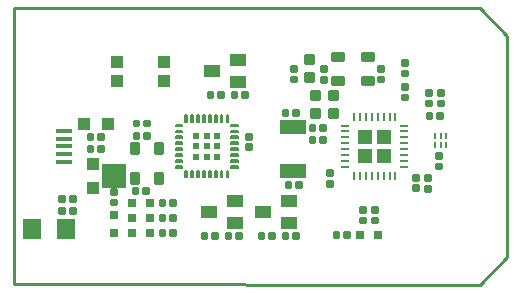
<source format=gtp>
G75*
%MOIN*%
%OFA0B0*%
%FSLAX24Y24*%
%IPPOS*%
%LPD*%
%AMOC8*
5,1,8,0,0,1.08239X$1,22.5*
%
%ADD10C,0.0100*%
%ADD11C,0.0125*%
%ADD12R,0.0394X0.0394*%
%ADD13R,0.0512X0.0512*%
%ADD14R,0.0315X0.0112*%
%ADD15R,0.0112X0.0315*%
%ADD16C,0.0088*%
%ADD17R,0.0866X0.0512*%
%ADD18R,0.0630X0.0710*%
%ADD19C,0.0059*%
%ADD20R,0.0200X0.0200*%
%ADD21R,0.0551X0.0394*%
%ADD22R,0.0315X0.0315*%
%ADD23R,0.0800X0.0800*%
%ADD24R,0.0098X0.0197*%
%ADD25R,0.0551X0.0138*%
%ADD26C,0.0175*%
D10*
X001820Y001850D02*
X017340Y001840D01*
X018270Y002770D01*
X018270Y010130D01*
X017350Y011050D01*
X001820Y011050D01*
X001820Y001850D01*
D11*
X003372Y004237D02*
X003498Y004237D01*
X003372Y004237D02*
X003372Y004363D01*
X003498Y004363D01*
X003498Y004237D01*
X003498Y004361D02*
X003372Y004361D01*
X003722Y004237D02*
X003848Y004237D01*
X003722Y004237D02*
X003722Y004363D01*
X003848Y004363D01*
X003848Y004237D01*
X003848Y004361D02*
X003722Y004361D01*
X003722Y004763D02*
X003848Y004763D01*
X003848Y004637D01*
X003722Y004637D01*
X003722Y004763D01*
X003722Y004761D02*
X003848Y004761D01*
X003498Y004763D02*
X003372Y004763D01*
X003498Y004763D02*
X003498Y004637D01*
X003372Y004637D01*
X003372Y004763D01*
X003372Y004761D02*
X003498Y004761D01*
X005087Y004862D02*
X005087Y004988D01*
X005213Y004988D01*
X005213Y004862D01*
X005087Y004862D01*
X005087Y004986D02*
X005213Y004986D01*
X005087Y004638D02*
X005087Y004512D01*
X005087Y004638D02*
X005213Y004638D01*
X005213Y004512D01*
X005087Y004512D01*
X005087Y004636D02*
X005213Y004636D01*
X005812Y005013D02*
X005938Y005013D01*
X005938Y004887D01*
X005812Y004887D01*
X005812Y005013D01*
X005812Y005011D02*
X005938Y005011D01*
X006162Y005013D02*
X006288Y005013D01*
X006288Y004887D01*
X006162Y004887D01*
X006162Y005013D01*
X006162Y005011D02*
X006288Y005011D01*
X006712Y004613D02*
X006838Y004613D01*
X006838Y004487D01*
X006712Y004487D01*
X006712Y004613D01*
X006712Y004611D02*
X006838Y004611D01*
X007062Y004613D02*
X007188Y004613D01*
X007188Y004487D01*
X007062Y004487D01*
X007062Y004613D01*
X007062Y004611D02*
X007188Y004611D01*
X007188Y004113D02*
X007062Y004113D01*
X007188Y004113D02*
X007188Y003987D01*
X007062Y003987D01*
X007062Y004113D01*
X007062Y004111D02*
X007188Y004111D01*
X006838Y004113D02*
X006712Y004113D01*
X006838Y004113D02*
X006838Y003987D01*
X006712Y003987D01*
X006712Y004113D01*
X006712Y004111D02*
X006838Y004111D01*
X006838Y003613D02*
X006712Y003613D01*
X006838Y003613D02*
X006838Y003487D01*
X006712Y003487D01*
X006712Y003613D01*
X006712Y003611D02*
X006838Y003611D01*
X007062Y003613D02*
X007188Y003613D01*
X007188Y003487D01*
X007062Y003487D01*
X007062Y003613D01*
X007062Y003611D02*
X007188Y003611D01*
X008112Y003513D02*
X008238Y003513D01*
X008238Y003387D01*
X008112Y003387D01*
X008112Y003513D01*
X008112Y003511D02*
X008238Y003511D01*
X008462Y003513D02*
X008588Y003513D01*
X008588Y003387D01*
X008462Y003387D01*
X008462Y003513D01*
X008462Y003511D02*
X008588Y003511D01*
X008912Y003513D02*
X009038Y003513D01*
X009038Y003387D01*
X008912Y003387D01*
X008912Y003513D01*
X008912Y003511D02*
X009038Y003511D01*
X009262Y003513D02*
X009388Y003513D01*
X009388Y003387D01*
X009262Y003387D01*
X009262Y003513D01*
X009262Y003511D02*
X009388Y003511D01*
X010012Y003513D02*
X010138Y003513D01*
X010138Y003387D01*
X010012Y003387D01*
X010012Y003513D01*
X010012Y003511D02*
X010138Y003511D01*
X010362Y003513D02*
X010488Y003513D01*
X010488Y003387D01*
X010362Y003387D01*
X010362Y003513D01*
X010362Y003511D02*
X010488Y003511D01*
X010812Y003513D02*
X010938Y003513D01*
X010938Y003387D01*
X010812Y003387D01*
X010812Y003513D01*
X010812Y003511D02*
X010938Y003511D01*
X011162Y003513D02*
X011288Y003513D01*
X011288Y003387D01*
X011162Y003387D01*
X011162Y003513D01*
X011162Y003511D02*
X011288Y003511D01*
X012512Y003563D02*
X012638Y003563D01*
X012638Y003437D01*
X012512Y003437D01*
X012512Y003563D01*
X012512Y003561D02*
X012638Y003561D01*
X012862Y003563D02*
X012988Y003563D01*
X012988Y003437D01*
X012862Y003437D01*
X012862Y003563D01*
X012862Y003561D02*
X012988Y003561D01*
X013513Y003912D02*
X013513Y004038D01*
X013513Y003912D02*
X013387Y003912D01*
X013387Y004038D01*
X013513Y004038D01*
X013513Y004036D02*
X013387Y004036D01*
X013513Y004262D02*
X013513Y004388D01*
X013513Y004262D02*
X013387Y004262D01*
X013387Y004388D01*
X013513Y004388D01*
X013513Y004386D02*
X013387Y004386D01*
X013913Y004388D02*
X013913Y004262D01*
X013787Y004262D01*
X013787Y004388D01*
X013913Y004388D01*
X013913Y004386D02*
X013787Y004386D01*
X013913Y004038D02*
X013913Y003912D01*
X013787Y003912D01*
X013787Y004038D01*
X013913Y004038D01*
X013913Y004036D02*
X013787Y004036D01*
X015273Y004982D02*
X015273Y005108D01*
X015273Y004982D02*
X015147Y004982D01*
X015147Y005108D01*
X015273Y005108D01*
X015273Y005106D02*
X015147Y005106D01*
X015273Y005332D02*
X015273Y005458D01*
X015273Y005332D02*
X015147Y005332D01*
X015147Y005458D01*
X015273Y005458D01*
X015273Y005456D02*
X015147Y005456D01*
X015683Y005448D02*
X015683Y005322D01*
X015557Y005322D01*
X015557Y005448D01*
X015683Y005448D01*
X015683Y005446D02*
X015557Y005446D01*
X016063Y005712D02*
X016063Y005838D01*
X016063Y005712D02*
X015937Y005712D01*
X015937Y005838D01*
X016063Y005838D01*
X016063Y005836D02*
X015937Y005836D01*
X016063Y006062D02*
X016063Y006188D01*
X016063Y006062D02*
X015937Y006062D01*
X015937Y006188D01*
X016063Y006188D01*
X016063Y006186D02*
X015937Y006186D01*
X015683Y005098D02*
X015683Y004972D01*
X015557Y004972D01*
X015557Y005098D01*
X015683Y005098D01*
X015683Y005096D02*
X015557Y005096D01*
X012287Y005132D02*
X012287Y005258D01*
X012413Y005258D01*
X012413Y005132D01*
X012287Y005132D01*
X012287Y005256D02*
X012413Y005256D01*
X012287Y005482D02*
X012287Y005608D01*
X012413Y005608D01*
X012413Y005482D01*
X012287Y005482D01*
X012287Y005606D02*
X012413Y005606D01*
X011388Y005087D02*
X011262Y005087D01*
X011262Y005213D01*
X011388Y005213D01*
X011388Y005087D01*
X011388Y005211D02*
X011262Y005211D01*
X011038Y005087D02*
X010912Y005087D01*
X010912Y005213D01*
X011038Y005213D01*
X011038Y005087D01*
X011038Y005211D02*
X010912Y005211D01*
X009713Y006352D02*
X009713Y006478D01*
X009713Y006352D02*
X009587Y006352D01*
X009587Y006478D01*
X009713Y006478D01*
X009713Y006476D02*
X009587Y006476D01*
X009713Y006702D02*
X009713Y006828D01*
X009713Y006702D02*
X009587Y006702D01*
X009587Y006828D01*
X009713Y006828D01*
X009713Y006826D02*
X009587Y006826D01*
X010812Y007487D02*
X010938Y007487D01*
X010812Y007487D02*
X010812Y007613D01*
X010938Y007613D01*
X010938Y007487D01*
X010938Y007611D02*
X010812Y007611D01*
X011162Y007487D02*
X011288Y007487D01*
X011162Y007487D02*
X011162Y007613D01*
X011288Y007613D01*
X011288Y007487D01*
X011288Y007611D02*
X011162Y007611D01*
X011712Y007113D02*
X011838Y007113D01*
X011838Y006987D01*
X011712Y006987D01*
X011712Y007113D01*
X011712Y007111D02*
X011838Y007111D01*
X012062Y007113D02*
X012188Y007113D01*
X012188Y006987D01*
X012062Y006987D01*
X012062Y007113D01*
X012062Y007111D02*
X012188Y007111D01*
X012188Y006713D02*
X012062Y006713D01*
X012188Y006713D02*
X012188Y006587D01*
X012062Y006587D01*
X012062Y006713D01*
X012062Y006711D02*
X012188Y006711D01*
X011838Y006713D02*
X011712Y006713D01*
X011838Y006713D02*
X011838Y006587D01*
X011712Y006587D01*
X011712Y006713D01*
X011712Y006711D02*
X011838Y006711D01*
X009588Y008213D02*
X009462Y008213D01*
X009588Y008213D02*
X009588Y008087D01*
X009462Y008087D01*
X009462Y008213D01*
X009462Y008211D02*
X009588Y008211D01*
X009238Y008213D02*
X009112Y008213D01*
X009238Y008213D02*
X009238Y008087D01*
X009112Y008087D01*
X009112Y008213D01*
X009112Y008211D02*
X009238Y008211D01*
X008788Y008213D02*
X008662Y008213D01*
X008788Y008213D02*
X008788Y008087D01*
X008662Y008087D01*
X008662Y008213D01*
X008662Y008211D02*
X008788Y008211D01*
X008438Y008213D02*
X008312Y008213D01*
X008438Y008213D02*
X008438Y008087D01*
X008312Y008087D01*
X008312Y008213D01*
X008312Y008211D02*
X008438Y008211D01*
X006318Y007273D02*
X006192Y007273D01*
X006318Y007273D02*
X006318Y007147D01*
X006192Y007147D01*
X006192Y007273D01*
X006192Y007271D02*
X006318Y007271D01*
X005968Y007273D02*
X005842Y007273D01*
X005968Y007273D02*
X005968Y007147D01*
X005842Y007147D01*
X005842Y007273D01*
X005842Y007271D02*
X005968Y007271D01*
X005968Y006737D02*
X005842Y006737D01*
X005842Y006863D01*
X005968Y006863D01*
X005968Y006737D01*
X005968Y006861D02*
X005842Y006861D01*
X006192Y006737D02*
X006318Y006737D01*
X006192Y006737D02*
X006192Y006863D01*
X006318Y006863D01*
X006318Y006737D01*
X006318Y006861D02*
X006192Y006861D01*
X004788Y006813D02*
X004662Y006813D01*
X004788Y006813D02*
X004788Y006687D01*
X004662Y006687D01*
X004662Y006813D01*
X004662Y006811D02*
X004788Y006811D01*
X004438Y006813D02*
X004312Y006813D01*
X004438Y006813D02*
X004438Y006687D01*
X004312Y006687D01*
X004312Y006813D01*
X004312Y006811D02*
X004438Y006811D01*
X004438Y006413D02*
X004312Y006413D01*
X004438Y006413D02*
X004438Y006287D01*
X004312Y006287D01*
X004312Y006413D01*
X004312Y006411D02*
X004438Y006411D01*
X004662Y006413D02*
X004788Y006413D01*
X004788Y006287D01*
X004662Y006287D01*
X004662Y006413D01*
X004662Y006411D02*
X004788Y006411D01*
X011213Y008612D02*
X011213Y008738D01*
X011213Y008612D02*
X011087Y008612D01*
X011087Y008738D01*
X011213Y008738D01*
X011213Y008736D02*
X011087Y008736D01*
X011213Y008962D02*
X011213Y009088D01*
X011213Y008962D02*
X011087Y008962D01*
X011087Y009088D01*
X011213Y009088D01*
X011213Y009086D02*
X011087Y009086D01*
X012213Y009078D02*
X012213Y008952D01*
X012087Y008952D01*
X012087Y009078D01*
X012213Y009078D01*
X012213Y009076D02*
X012087Y009076D01*
X012213Y008728D02*
X012213Y008602D01*
X012087Y008602D01*
X012087Y008728D01*
X012213Y008728D01*
X012213Y008726D02*
X012087Y008726D01*
X013987Y008738D02*
X013987Y008612D01*
X013987Y008738D02*
X014113Y008738D01*
X014113Y008612D01*
X013987Y008612D01*
X013987Y008736D02*
X014113Y008736D01*
X013987Y008962D02*
X013987Y009088D01*
X014113Y009088D01*
X014113Y008962D01*
X013987Y008962D01*
X013987Y009086D02*
X014113Y009086D01*
X014913Y009162D02*
X014913Y009288D01*
X014913Y009162D02*
X014787Y009162D01*
X014787Y009288D01*
X014913Y009288D01*
X014913Y009286D02*
X014787Y009286D01*
X014913Y008938D02*
X014913Y008812D01*
X014787Y008812D01*
X014787Y008938D01*
X014913Y008938D01*
X014913Y008936D02*
X014787Y008936D01*
X014913Y008488D02*
X014913Y008362D01*
X014787Y008362D01*
X014787Y008488D01*
X014913Y008488D01*
X014913Y008486D02*
X014787Y008486D01*
X014913Y008138D02*
X014913Y008012D01*
X014787Y008012D01*
X014787Y008138D01*
X014913Y008138D01*
X014913Y008136D02*
X014787Y008136D01*
X015587Y008162D02*
X015587Y008288D01*
X015713Y008288D01*
X015713Y008162D01*
X015587Y008162D01*
X015587Y008286D02*
X015713Y008286D01*
X016113Y008283D02*
X016113Y008157D01*
X015987Y008157D01*
X015987Y008283D01*
X016113Y008283D01*
X016113Y008281D02*
X015987Y008281D01*
X016113Y007933D02*
X016113Y007807D01*
X015987Y007807D01*
X015987Y007933D01*
X016113Y007933D01*
X016113Y007931D02*
X015987Y007931D01*
X015587Y007938D02*
X015587Y007812D01*
X015587Y007938D02*
X015713Y007938D01*
X015713Y007812D01*
X015587Y007812D01*
X015587Y007936D02*
X015713Y007936D01*
X015738Y007508D02*
X015612Y007508D01*
X015738Y007508D02*
X015738Y007382D01*
X015612Y007382D01*
X015612Y007508D01*
X015612Y007506D02*
X015738Y007506D01*
X015962Y007508D02*
X016088Y007508D01*
X016088Y007382D01*
X015962Y007382D01*
X015962Y007508D01*
X015962Y007506D02*
X016088Y007506D01*
D12*
X006837Y008635D03*
X006837Y009265D03*
X005263Y009265D03*
X005263Y008635D03*
X004944Y007200D03*
X004156Y007200D03*
X004450Y005844D03*
X004450Y005056D03*
D13*
X013535Y006135D03*
X014165Y006135D03*
X014165Y006765D03*
X013535Y006765D03*
D14*
X012866Y006745D03*
X012866Y006942D03*
X012866Y007139D03*
X012866Y006548D03*
X012866Y006352D03*
X012866Y006155D03*
X012866Y005958D03*
X012866Y005761D03*
X014834Y005761D03*
X014834Y005958D03*
X014834Y006155D03*
X014834Y006352D03*
X014834Y006548D03*
X014834Y006745D03*
X014834Y006942D03*
X014834Y007139D03*
D15*
X014539Y007434D03*
X014342Y007434D03*
X014145Y007434D03*
X013948Y007434D03*
X013752Y007434D03*
X013555Y007434D03*
X013358Y007434D03*
X013161Y007434D03*
X013161Y005466D03*
X013358Y005466D03*
X013555Y005466D03*
X013752Y005466D03*
X013948Y005466D03*
X014145Y005466D03*
X014342Y005466D03*
X014539Y005466D03*
D16*
X012581Y007681D02*
X012319Y007681D01*
X012581Y007681D02*
X012581Y007419D01*
X012319Y007419D01*
X012319Y007681D01*
X012319Y007506D02*
X012581Y007506D01*
X012581Y007593D02*
X012319Y007593D01*
X012319Y007680D02*
X012581Y007680D01*
X012581Y008281D02*
X012319Y008281D01*
X012581Y008281D02*
X012581Y008019D01*
X012319Y008019D01*
X012319Y008281D01*
X012319Y008106D02*
X012581Y008106D01*
X012581Y008193D02*
X012319Y008193D01*
X012319Y008280D02*
X012581Y008280D01*
X011981Y008281D02*
X011719Y008281D01*
X011981Y008281D02*
X011981Y008019D01*
X011719Y008019D01*
X011719Y008281D01*
X011719Y008106D02*
X011981Y008106D01*
X011981Y008193D02*
X011719Y008193D01*
X011719Y008280D02*
X011981Y008280D01*
X011781Y008619D02*
X011781Y008881D01*
X011781Y008619D02*
X011519Y008619D01*
X011519Y008881D01*
X011781Y008881D01*
X011781Y008706D02*
X011519Y008706D01*
X011519Y008793D02*
X011781Y008793D01*
X011781Y008880D02*
X011519Y008880D01*
X011781Y009219D02*
X011781Y009481D01*
X011781Y009219D02*
X011519Y009219D01*
X011519Y009481D01*
X011781Y009481D01*
X011781Y009306D02*
X011519Y009306D01*
X011519Y009393D02*
X011781Y009393D01*
X011781Y009480D02*
X011519Y009480D01*
X011719Y007681D02*
X011981Y007681D01*
X011981Y007419D01*
X011719Y007419D01*
X011719Y007681D01*
X011719Y007506D02*
X011981Y007506D01*
X011981Y007593D02*
X011719Y007593D01*
X011719Y007680D02*
X011981Y007680D01*
D17*
X011120Y007078D03*
X011120Y005622D03*
D18*
X003550Y003700D03*
X002430Y003700D03*
D19*
X007216Y005731D02*
X007434Y005731D01*
X007216Y005731D02*
X007216Y005791D01*
X007434Y005791D01*
X007434Y005731D01*
X007434Y005789D02*
X007216Y005789D01*
X007216Y005928D02*
X007434Y005928D01*
X007216Y005928D02*
X007216Y005988D01*
X007434Y005988D01*
X007434Y005928D01*
X007434Y005986D02*
X007216Y005986D01*
X007216Y006125D02*
X007434Y006125D01*
X007216Y006125D02*
X007216Y006185D01*
X007434Y006185D01*
X007434Y006125D01*
X007434Y006183D02*
X007216Y006183D01*
X007216Y006322D02*
X007434Y006322D01*
X007216Y006322D02*
X007216Y006382D01*
X007434Y006382D01*
X007434Y006322D01*
X007434Y006380D02*
X007216Y006380D01*
X007216Y006518D02*
X007434Y006518D01*
X007216Y006518D02*
X007216Y006578D01*
X007434Y006578D01*
X007434Y006518D01*
X007434Y006576D02*
X007216Y006576D01*
X007216Y006715D02*
X007434Y006715D01*
X007216Y006715D02*
X007216Y006775D01*
X007434Y006775D01*
X007434Y006715D01*
X007434Y006773D02*
X007216Y006773D01*
X007216Y006912D02*
X007434Y006912D01*
X007216Y006912D02*
X007216Y006972D01*
X007434Y006972D01*
X007434Y006912D01*
X007434Y006970D02*
X007216Y006970D01*
X007216Y007109D02*
X007434Y007109D01*
X007216Y007109D02*
X007216Y007169D01*
X007434Y007169D01*
X007434Y007109D01*
X007434Y007167D02*
X007216Y007167D01*
X007531Y007266D02*
X007591Y007266D01*
X007531Y007266D02*
X007531Y007484D01*
X007591Y007484D01*
X007591Y007266D01*
X007591Y007324D02*
X007531Y007324D01*
X007531Y007382D02*
X007591Y007382D01*
X007591Y007440D02*
X007531Y007440D01*
X007728Y007266D02*
X007788Y007266D01*
X007728Y007266D02*
X007728Y007484D01*
X007788Y007484D01*
X007788Y007266D01*
X007788Y007324D02*
X007728Y007324D01*
X007728Y007382D02*
X007788Y007382D01*
X007788Y007440D02*
X007728Y007440D01*
X007925Y007266D02*
X007985Y007266D01*
X007925Y007266D02*
X007925Y007484D01*
X007985Y007484D01*
X007985Y007266D01*
X007985Y007324D02*
X007925Y007324D01*
X007925Y007382D02*
X007985Y007382D01*
X007985Y007440D02*
X007925Y007440D01*
X008122Y007266D02*
X008182Y007266D01*
X008122Y007266D02*
X008122Y007484D01*
X008182Y007484D01*
X008182Y007266D01*
X008182Y007324D02*
X008122Y007324D01*
X008122Y007382D02*
X008182Y007382D01*
X008182Y007440D02*
X008122Y007440D01*
X008318Y007266D02*
X008378Y007266D01*
X008318Y007266D02*
X008318Y007484D01*
X008378Y007484D01*
X008378Y007266D01*
X008378Y007324D02*
X008318Y007324D01*
X008318Y007382D02*
X008378Y007382D01*
X008378Y007440D02*
X008318Y007440D01*
X008515Y007266D02*
X008575Y007266D01*
X008515Y007266D02*
X008515Y007484D01*
X008575Y007484D01*
X008575Y007266D01*
X008575Y007324D02*
X008515Y007324D01*
X008515Y007382D02*
X008575Y007382D01*
X008575Y007440D02*
X008515Y007440D01*
X008712Y007266D02*
X008772Y007266D01*
X008712Y007266D02*
X008712Y007484D01*
X008772Y007484D01*
X008772Y007266D01*
X008772Y007324D02*
X008712Y007324D01*
X008712Y007382D02*
X008772Y007382D01*
X008772Y007440D02*
X008712Y007440D01*
X008909Y007266D02*
X008969Y007266D01*
X008909Y007266D02*
X008909Y007484D01*
X008969Y007484D01*
X008969Y007266D01*
X008969Y007324D02*
X008909Y007324D01*
X008909Y007382D02*
X008969Y007382D01*
X008969Y007440D02*
X008909Y007440D01*
X009066Y007109D02*
X009284Y007109D01*
X009066Y007109D02*
X009066Y007169D01*
X009284Y007169D01*
X009284Y007109D01*
X009284Y007167D02*
X009066Y007167D01*
X009066Y006912D02*
X009284Y006912D01*
X009066Y006912D02*
X009066Y006972D01*
X009284Y006972D01*
X009284Y006912D01*
X009284Y006970D02*
X009066Y006970D01*
X009066Y006715D02*
X009284Y006715D01*
X009066Y006715D02*
X009066Y006775D01*
X009284Y006775D01*
X009284Y006715D01*
X009284Y006773D02*
X009066Y006773D01*
X009066Y006518D02*
X009284Y006518D01*
X009066Y006518D02*
X009066Y006578D01*
X009284Y006578D01*
X009284Y006518D01*
X009284Y006576D02*
X009066Y006576D01*
X009066Y006322D02*
X009284Y006322D01*
X009066Y006322D02*
X009066Y006382D01*
X009284Y006382D01*
X009284Y006322D01*
X009284Y006380D02*
X009066Y006380D01*
X009066Y006125D02*
X009284Y006125D01*
X009066Y006125D02*
X009066Y006185D01*
X009284Y006185D01*
X009284Y006125D01*
X009284Y006183D02*
X009066Y006183D01*
X009066Y005928D02*
X009284Y005928D01*
X009066Y005928D02*
X009066Y005988D01*
X009284Y005988D01*
X009284Y005928D01*
X009284Y005986D02*
X009066Y005986D01*
X009066Y005731D02*
X009284Y005731D01*
X009066Y005731D02*
X009066Y005791D01*
X009284Y005791D01*
X009284Y005731D01*
X009284Y005789D02*
X009066Y005789D01*
X008969Y005416D02*
X008909Y005416D01*
X008909Y005634D01*
X008969Y005634D01*
X008969Y005416D01*
X008969Y005474D02*
X008909Y005474D01*
X008909Y005532D02*
X008969Y005532D01*
X008969Y005590D02*
X008909Y005590D01*
X008772Y005416D02*
X008712Y005416D01*
X008712Y005634D01*
X008772Y005634D01*
X008772Y005416D01*
X008772Y005474D02*
X008712Y005474D01*
X008712Y005532D02*
X008772Y005532D01*
X008772Y005590D02*
X008712Y005590D01*
X008575Y005416D02*
X008515Y005416D01*
X008515Y005634D01*
X008575Y005634D01*
X008575Y005416D01*
X008575Y005474D02*
X008515Y005474D01*
X008515Y005532D02*
X008575Y005532D01*
X008575Y005590D02*
X008515Y005590D01*
X008378Y005416D02*
X008318Y005416D01*
X008318Y005634D01*
X008378Y005634D01*
X008378Y005416D01*
X008378Y005474D02*
X008318Y005474D01*
X008318Y005532D02*
X008378Y005532D01*
X008378Y005590D02*
X008318Y005590D01*
X008182Y005416D02*
X008122Y005416D01*
X008122Y005634D01*
X008182Y005634D01*
X008182Y005416D01*
X008182Y005474D02*
X008122Y005474D01*
X008122Y005532D02*
X008182Y005532D01*
X008182Y005590D02*
X008122Y005590D01*
X007985Y005416D02*
X007925Y005416D01*
X007925Y005634D01*
X007985Y005634D01*
X007985Y005416D01*
X007985Y005474D02*
X007925Y005474D01*
X007925Y005532D02*
X007985Y005532D01*
X007985Y005590D02*
X007925Y005590D01*
X007788Y005416D02*
X007728Y005416D01*
X007728Y005634D01*
X007788Y005634D01*
X007788Y005416D01*
X007788Y005474D02*
X007728Y005474D01*
X007728Y005532D02*
X007788Y005532D01*
X007788Y005590D02*
X007728Y005590D01*
X007591Y005416D02*
X007531Y005416D01*
X007531Y005634D01*
X007591Y005634D01*
X007591Y005416D01*
X007591Y005474D02*
X007531Y005474D01*
X007531Y005532D02*
X007591Y005532D01*
X007591Y005590D02*
X007531Y005590D01*
D20*
X007900Y006100D03*
X008250Y006100D03*
X008600Y006100D03*
X008600Y006450D03*
X008600Y006800D03*
X008250Y006800D03*
X008250Y006450D03*
X007900Y006450D03*
X007900Y006800D03*
D21*
X009283Y008576D03*
X008417Y008950D03*
X009283Y009324D03*
X009183Y004624D03*
X009183Y003876D03*
X008317Y004250D03*
X010117Y004250D03*
X010983Y003876D03*
X010983Y004624D03*
D22*
X013355Y003500D03*
X013945Y003500D03*
X006345Y003550D03*
X005755Y003550D03*
X005150Y003555D03*
X005755Y004050D03*
X006345Y004050D03*
X006345Y004550D03*
X005755Y004550D03*
X005150Y004145D03*
D23*
X005150Y005450D03*
D24*
X015846Y006490D03*
X016043Y006490D03*
X016239Y006490D03*
X016239Y006805D03*
X016043Y006805D03*
X015846Y006805D03*
D25*
X003493Y006706D03*
X003493Y006450D03*
X003493Y006194D03*
X003493Y005938D03*
X003493Y006962D03*
D26*
X005938Y006518D02*
X005938Y006242D01*
X005762Y006242D01*
X005762Y006518D01*
X005938Y006518D01*
X005938Y006416D02*
X005762Y006416D01*
X006738Y006518D02*
X006738Y006242D01*
X006562Y006242D01*
X006562Y006518D01*
X006738Y006518D01*
X006738Y006416D02*
X006562Y006416D01*
X006738Y005518D02*
X006738Y005242D01*
X006562Y005242D01*
X006562Y005518D01*
X006738Y005518D01*
X006738Y005416D02*
X006562Y005416D01*
X005938Y005518D02*
X005938Y005242D01*
X005762Y005242D01*
X005762Y005518D01*
X005938Y005518D01*
X005938Y005416D02*
X005762Y005416D01*
X012472Y008738D02*
X012748Y008738D01*
X012748Y008562D01*
X012472Y008562D01*
X012472Y008738D01*
X012472Y008736D02*
X012748Y008736D01*
X013472Y008738D02*
X013748Y008738D01*
X013748Y008562D01*
X013472Y008562D01*
X013472Y008738D01*
X013472Y008736D02*
X013748Y008736D01*
X013748Y009538D02*
X013472Y009538D01*
X013748Y009538D02*
X013748Y009362D01*
X013472Y009362D01*
X013472Y009538D01*
X013472Y009536D02*
X013748Y009536D01*
X012748Y009538D02*
X012472Y009538D01*
X012748Y009538D02*
X012748Y009362D01*
X012472Y009362D01*
X012472Y009538D01*
X012472Y009536D02*
X012748Y009536D01*
M02*

</source>
